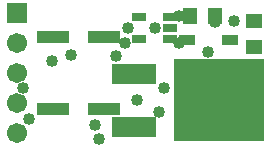
<source format=gts>
G75*
%MOIN*%
%OFA0B0*%
%FSLAX25Y25*%
%IPPOS*%
%LPD*%
%AMOC8*
5,1,8,0,0,1.08239X$1,22.5*
%
%ADD10R,0.10800X0.04300*%
%ADD11R,0.05524X0.03556*%
%ADD12R,0.30328X0.27178*%
%ADD13R,0.14580X0.07099*%
%ADD14R,0.04800X0.05800*%
%ADD15R,0.06700X0.06700*%
%ADD16C,0.06700*%
%ADD17R,0.04737X0.02769*%
%ADD18R,0.05800X0.04800*%
%ADD19C,0.04000*%
D10*
X0018600Y0020415D03*
X0035600Y0020415D03*
X0035600Y0044415D03*
X0018600Y0044415D03*
D11*
X0063317Y0043415D03*
X0077883Y0043415D03*
D12*
X0074159Y0023415D03*
D13*
X0045616Y0032273D03*
X0045616Y0014556D03*
D14*
X0064281Y0051415D03*
X0072880Y0051415D03*
D15*
X0006600Y0052415D03*
D16*
X0006600Y0012415D03*
X0006600Y0022415D03*
X0006600Y0032415D03*
X0006600Y0042415D03*
D17*
X0047443Y0043793D03*
X0057679Y0043793D03*
X0057679Y0047533D03*
X0057679Y0051273D03*
X0047443Y0051273D03*
D18*
X0085600Y0049734D03*
X0085600Y0041135D03*
D19*
X0079200Y0049915D03*
X0072600Y0049415D03*
X0060600Y0051415D03*
X0052600Y0047415D03*
X0060600Y0042415D03*
X0070400Y0039515D03*
X0055600Y0027415D03*
X0046600Y0023415D03*
X0054100Y0019715D03*
X0034000Y0010415D03*
X0032600Y0015315D03*
X0010600Y0017315D03*
X0008800Y0027415D03*
X0018400Y0036615D03*
X0024600Y0038415D03*
X0039600Y0038315D03*
X0042600Y0042415D03*
X0043600Y0047415D03*
M02*

</source>
